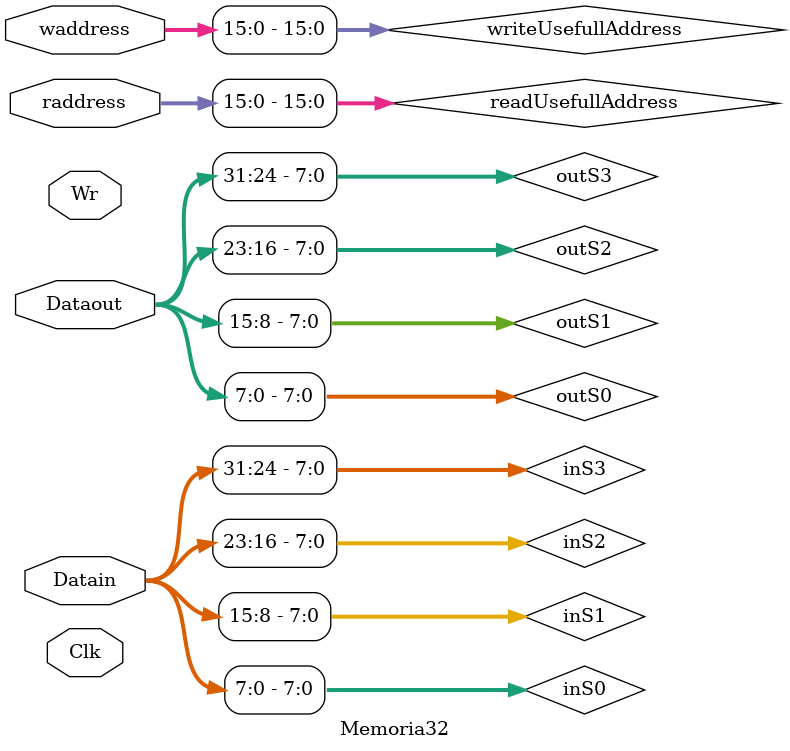
<source format=sv>
/*-----------------------------------------------------------------------------
-- Title		: Memória da CPU
-- Project		: CPU 
--------------------------------------------------------------------------------
-- File			: memoria64.sv
-- Author		: Lucas Fernando da Silva Cambuim <lfsc@cin.ufpe.br>
-- Organization : Universidade Federal de Pernambuco
-- Created		: 20/09/2018
-- Last update	: 20/09/2018
-- Plataform	: DE2
-- Simulators	: ModelSim
-- Synthesizers	: 
-- Targets		: 
-- Dependency	: 
--------------------------------------------------------------------------------
-- Description	: Entidade responsável pela leitura e escrita em memória (dados de 64 bits).
--------------------------------------------------------------------------------
-- Copyright (c) notice
--		Universidade Federal de Pernambuco (UFPE).
--		CIn - Centro de Informatica.
--		Developed by computer science researchers.
--		This code may be used for educational and non-educational purposes as 
--		long as its copyright notice remains unchanged. 
------------------------------------------------------------------------------*/

module Memoria32 
    (input wire [31:0]raddress,
     input wire [31:0]waddress,
     input wire Clk,         
     input wire [31:0]Datain,
     input wire	[31:0]Dataout,
     input wire Wr
    );
    
    wire [15:0]readUsefullAddress = raddress[15:0]; 
    
    wire [15:0]addS0 = readUsefullAddress + 0;
    wire [15:0]addS1 = readUsefullAddress + 1;
    wire [15:0]addS2 = readUsefullAddress + 2;
    wire [15:0]addS3 = readUsefullAddress + 3;
    
    
    wire [15:0]writeUsefullAddress = waddress[15:0]; 
    
    wire [15:0]waddS0 = writeUsefullAddress + 0;
    wire [15:0]waddS1 = writeUsefullAddress + 1;
    wire [15:0]waddS2 = writeUsefullAddress + 2;
    wire [15:0]waddS3 = writeUsefullAddress + 3;
        
    wire [7:0]inS0; 
    wire [7:0]inS1;
    wire [7:0]inS2;
    wire [7:0]inS3;
        
    wire [7:0]outS0; 
    wire [7:0]outS1;
    wire [7:0]outS2;
    wire [7:0]outS3;
         	    
    assign Dataout[31:24] = outS3;
    assign Dataout[23:16] = outS2;
    assign Dataout[15:8] = outS1;
    assign Dataout[7:0] = outS0;
    
    assign inS3 = Datain[31:24];
    assign inS2 = Datain[23:16];
    assign inS1 = Datain[15:8];
    assign inS0 = Datain[7:0]; 
    
    //Bancos de memórias (cada banco possui 65536 bytes)
    //0
    ramOnChip #(.ramSize(65536), .ramWide(8) ) memBlock0 (.clk(Clk), .data(inS0), .radd(addS0), .wadd(waddS0), .wren(Wr), .q(outS0) );
    //1
    ramOnChip #(.ramSize(65536), .ramWide(8) ) memBlock1 (.clk(Clk), .data(inS1), .radd(addS1), .wadd(waddS1), .wren(Wr), .q(outS1) ); 
    //2
    ramOnChip #(.ramSize(65536), .ramWide(8) ) memBlock2 (.clk(Clk), .data(inS2), .radd(addS2), .wadd(waddS2), .wren(Wr), .q(outS2) ); 
    //3
    ramOnChip #(.ramSize(65536), .ramWide(8) ) memBlock3 (.clk(Clk), .data(inS3), .radd(addS3), .wadd(waddS3), .wren(Wr), .q(outS3) );
        
endmodule
    
    
    

</source>
